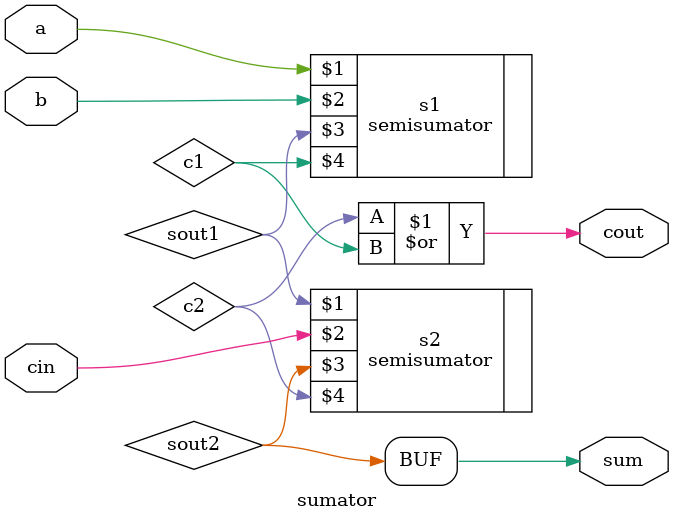
<source format=v>
`timescale 1ns / 1ps


module sumator(a, b, cin, sum, cout);
    input a,b, cin;
    output sum, cout;
    wire sout1, c1, c2, sout2;
    semisumator s1(a,b, sout1, c1);
    semisumator s2(sout1, cin, sout2, c2);
    assign sum = sout2;
    assign cout = c2 | c1;
endmodule

</source>
